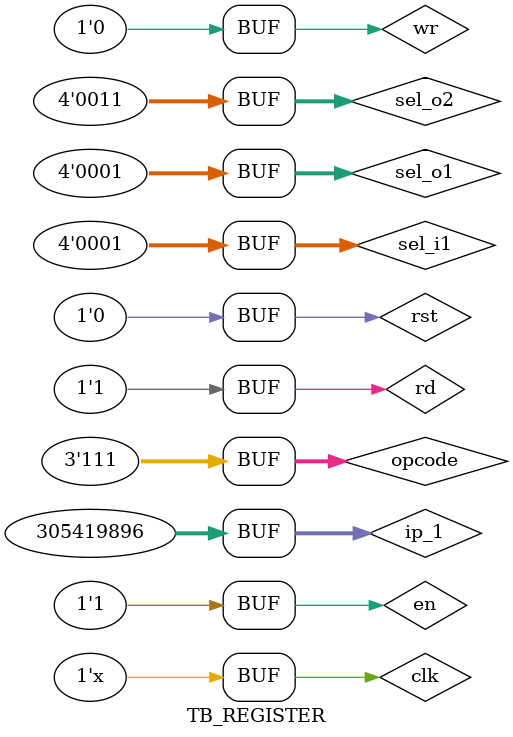
<source format=v>
`timescale 1ns / 1ps

module TB_REGISTER();
    //inputs given to register file//
   reg [31:0]ip_1;
   reg [3:0] sel_i1,sel_o1,sel_o2;
   reg clk,en,rd,rst,wr;
    
    //inputs given to alu
    
   reg [2:0]opcode;
    
    //output of whole module
   wire  [63:0]result;
   wire flagc,flagz;
   
   ALU_REG DUT_3(ip_1,sel_i1,sel_o1,sel_o2,clk,en,rd,rst,wr,opcode,result,flagc,flagz);
   
    always begin
    #10 clk=~clk;
    end
   
   
   initial begin
   ip_1=32'b0; sel_i1=4'b0; sel_o1=4'b0; sel_o2=4'b0; rd=1'b0; wr=1'b0; rst=1'b1; en=1'b0; clk=1'b0;
 
    
 
   #100; rst=1'b0; en=1'b1;
   
   #20; wr=1'b1; rd=1'b0;ip_1=32'habcdefab;sel_i1=4'h3;
 
   #20; ip_1=32'h12345678; sel_i1=4'h1;
   #20; wr=1'b0; rd=1'b1; sel_o1=4'h1; sel_o2=4'h3;
   
   #10 opcode=3'b000;
   #10 opcode=3'b001;
   #10 opcode=3'b010;
   #10 opcode=3'b011;
   #10 opcode=3'b100;
   #10 opcode=3'b101;
   #10 opcode=3'b110;   
   #10 opcode=3'b111;

     
 
   end
 
   endmodule

</source>
